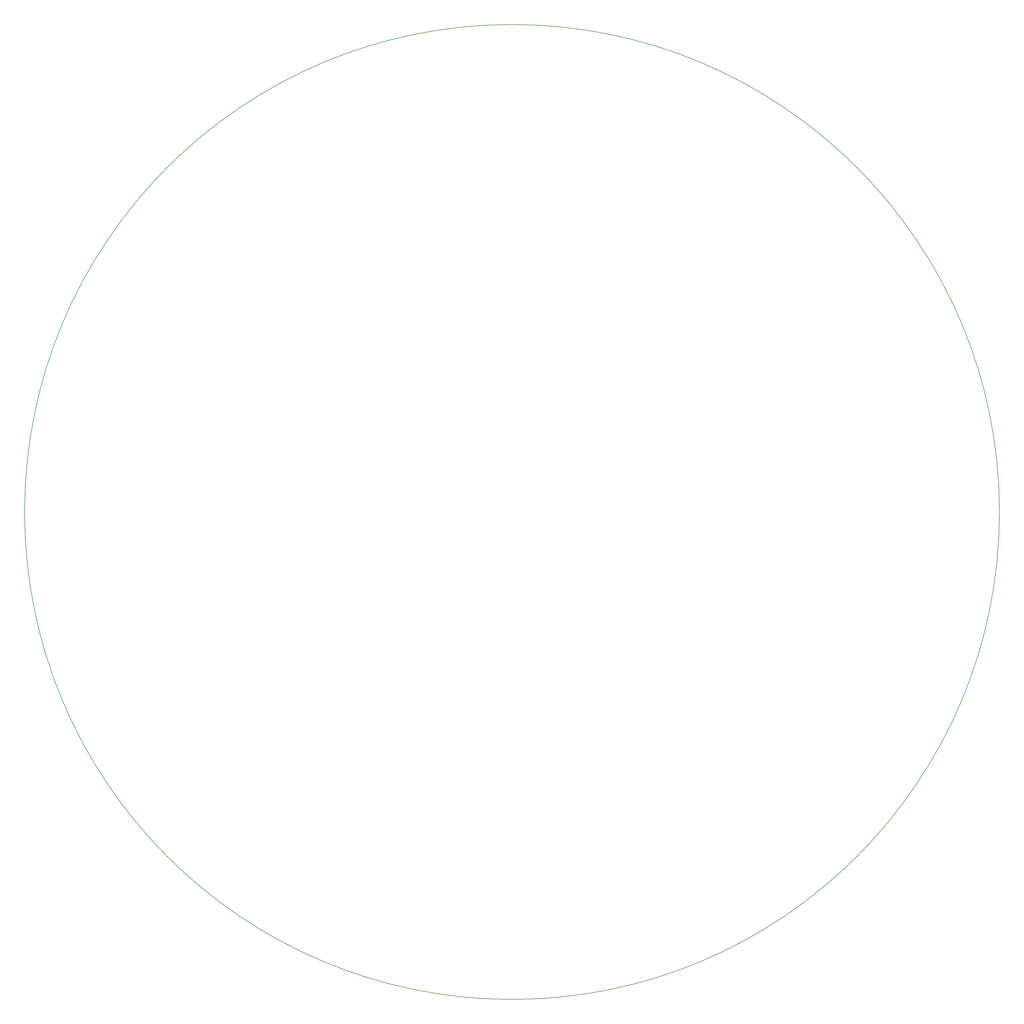
<source format=gbr>
G04 DipTrace 2.3.1.0*
%INBoardOutline_58742_rev6_Blackpoint.gbr*%
%MOIN*%
%ADD11C,0.0055*%
%FSLAX44Y44*%
G04*
G70*
G90*
G75*
G01*
%LNBoardOutline*%
%LPD*%
X125987Y64964D2*
D11*
G02X3940Y64964I-61024J0D01*
G01*
G02X125987Y64964I61024J0D01*
G01*
D3*
M02*

</source>
